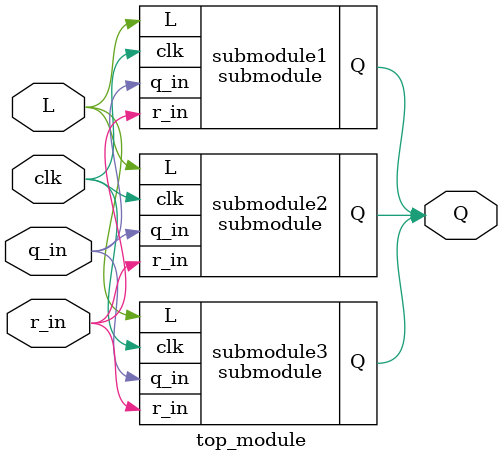
<source format=sv>
module submodule(
    input clk,
    input L,
    input q_in,
    input r_in,
    output reg Q
);
	reg [2:0] q;
	reg [2:0] r;

	always @(posedge clk) begin
		if (L) begin
			q <= r;
		end else begin
			q <= {q[1] ^ q[2], q[0], q[2]};
		end
	end

	always @(posedge clk) begin
		r <= r_in;
	end

	always @(posedge clk) begin
		Q <= q_in;
	end
endmodule
module top_module(
    input clk,
    input L,
    input q_in,
    input r_in,
    output reg Q
);
    submodule submodule1(.clk(clk), .L(L), .q_in(q_in), .r_in(r_in), .Q(Q));
    submodule submodule2(.clk(clk), .L(L), .q_in(q_in), .r_in(r_in), .Q(Q));
    submodule submodule3(.clk(clk), .L(L), .q_in(q_in), .r_in(r_in), .Q(Q));
endmodule

</source>
